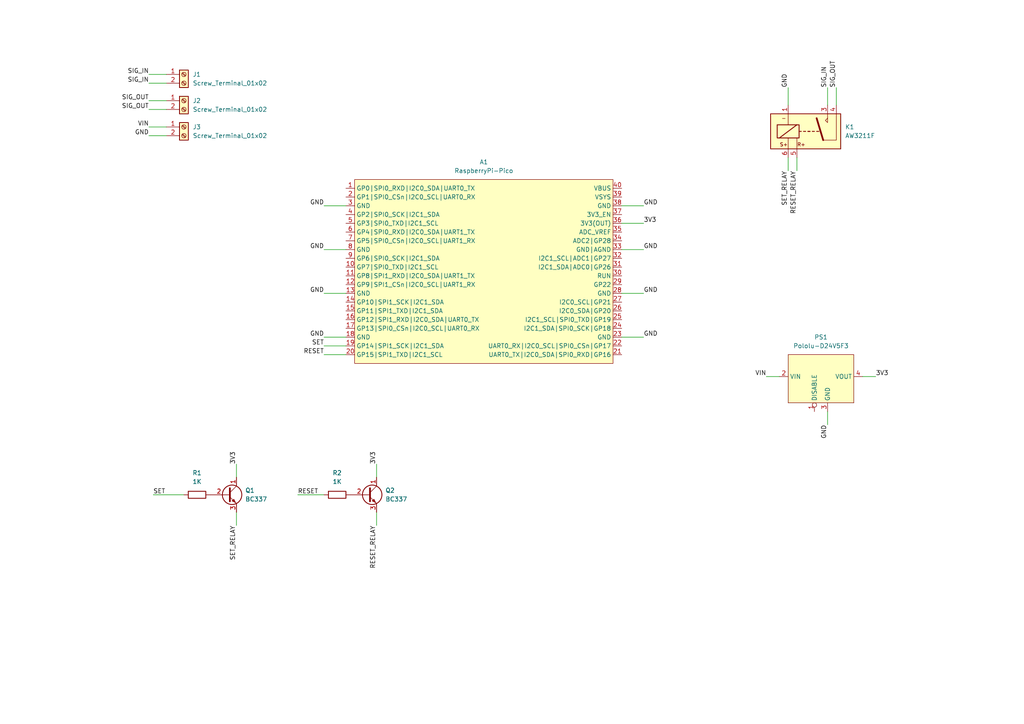
<source format=kicad_sch>
(kicad_sch (version 20230121) (generator eeschema)
  (paper "A4")
  (lib_symbols
    (symbol "Connector:Screw_Terminal_01x02" (pin_names (offset 1.016) hide)
      (property "Reference" "J" (at 0 2.54 0))
      (property "Value" "Screw_Terminal_01x02" (at 0 -5.08 0))
      (symbol "Screw_Terminal_01x02_1_1"
        (rectangle (start -1.27 1.27) (end 1.27 -3.81) (stroke (width 0.254)) (fill (type background)))
        (circle (center 0 -2.54) (radius 0.635) (stroke (width 0.1524)))
        (polyline (pts (xy -0.5334 -2.2098) (xy 0.3302 -3.048)) (stroke (width 0.1524)))
        (polyline (pts (xy -0.5334 0.3302) (xy 0.3302 -0.508)) (stroke (width 0.1524)))
        (polyline (pts (xy -0.3556 -2.032) (xy 0.508 -2.8702)) (stroke (width 0.1524)))
        (polyline (pts (xy -0.3556 0.508) (xy 0.508 -0.3302)) (stroke (width 0.1524)))
        (circle (center 0 0) (radius 0.635) (stroke (width 0.1524)))
        (pin passive line (at -5.08 0 0) (length 3.81) (name "Pin_1") (number "1"))
        (pin passive line (at -5.08 -2.54 0) (length 3.81) (name "Pin_2") (number "2"))
      )
    )
    (symbol "Device:R" (pin_numbers hide) (pin_names (offset 0))
      (property "Reference" "R" (at 2.032 0 90))
      (property "Value" "R" (at 0 0 90))
      (symbol "R_0_1"
        (rectangle (start -1.016 -2.54) (end 1.016 2.54) (stroke (width 0.254)))
      )
      (symbol "R_1_1"
        (pin passive line (at 0 3.81 270) (length 1.27) (name "~") (number "1"))
        (pin passive line (at 0 -3.81 90) (length 1.27) (name "~") (number "2"))
      )
    )
    (symbol "Transistor_BJT:BC337" (pin_names (offset 0) hide)
      (property "Reference" "Q" (at 5.08 1.905 0))
      (property "Value" "BC337" (at 5.08 0 0))
      (symbol "BC337_0_1"
        (polyline (pts (xy 0 0) (xy 0.635 0)))
        (polyline (pts (xy 0.635 0.635) (xy 2.54 2.54)))
        (polyline (pts (xy 0.635 -0.635) (xy 2.54 -2.54) (xy 2.54 -2.54)))
        (polyline (pts (xy 0.635 1.905) (xy 0.635 -1.905) (xy 0.635 -1.905)) (stroke (width 0.508)))
        (polyline (pts (xy 1.27 -1.778) (xy 1.778 -1.27) (xy 2.286 -2.286) (xy 1.27 -1.778) (xy 1.27 -1.778)) (fill (type outline)))
        (circle (center 1.27 0) (radius 2.8194) (stroke (width 0.254)))
      )
      (symbol "BC337_1_1"
        (pin passive line (at 2.54 5.08 270) (length 2.54) (name "C") (number "1"))
        (pin input line (at -5.08 0 0) (length 5.08) (name "B") (number "2"))
        (pin passive line (at 2.54 -5.08 90) (length 2.54) (name "E") (number "3"))
      )
    )
    (symbol "twyleg-board-connectors:RaspberryPi-Pico"
      (property "Reference" "A" (at 0 5.08 0))
      (property "Value" "RaspberryPi-Pico" (at 0 2.54 0))
      (symbol "RaspberryPi-Pico_1_1"
        (rectangle (start -36.83 0) (end 38.1 -53.34) (fill (type background)))
        (pin bidirectional line (at -39.37 -2.54 0) (length 2.54) (name "GP0|SPI0_RXD|I2C0_SDA|UART0_TX") (number "1"))
        (pin bidirectional line (at -39.37 -25.4 0) (length 2.54) (name "GP7|SPI0_TXD|I2C1_SCL") (number "10"))
        (pin bidirectional line (at -39.37 -27.94 0) (length 2.54) (name "GP8|SPI1_RXD|I2C0_SDA|UART1_TX") (number "11"))
        (pin bidirectional line (at -39.37 -30.48 0) (length 2.54) (name "GP9|SPI1_CSn|I2C0_SCL|UART1_RX") (number "12"))
        (pin power_in line (at -39.37 -33.02 0) (length 2.54) (name "GND") (number "13"))
        (pin bidirectional line (at -39.37 -35.56 0) (length 2.54) (name "GP10|SPI1_SCK|I2C1_SDA") (number "14"))
        (pin bidirectional line (at -39.37 -38.1 0) (length 2.54) (name "GP11|SPI1_TXD|I2C1_SDA") (number "15"))
        (pin bidirectional line (at -39.37 -40.64 0) (length 2.54) (name "GP12|SPI1_RXD|I2C0_SDA|UART0_TX") (number "16"))
        (pin bidirectional line (at -39.37 -43.18 0) (length 2.54) (name "GP13|SPI0_CSn|I2C0_SCL|UART0_RX") (number "17"))
        (pin power_in line (at -39.37 -45.72 0) (length 2.54) (name "GND") (number "18"))
        (pin bidirectional line (at -39.37 -48.26 0) (length 2.54) (name "GP14|SPI1_SCK|I2C1_SDA") (number "19"))
        (pin bidirectional line (at -39.37 -5.08 0) (length 2.54) (name "GP1|SPI0_CSn|I2C0_SCL|UART0_RX") (number "2"))
        (pin bidirectional line (at -39.37 -50.8 0) (length 2.54) (name "GP15|SPI1_TXD|I2C1_SCL") (number "20"))
        (pin bidirectional line (at 40.64 -50.8 180) (length 2.54) (name "UART0_TX|I2C0_SDA|SPI0_RXD|GP16") (number "21"))
        (pin bidirectional line (at 40.64 -48.26 180) (length 2.54) (name "UART0_RX|I2C0_SCL|SPI0_CSn|GP17") (number "22"))
        (pin power_in line (at 40.64 -45.72 180) (length 2.54) (name "GND") (number "23"))
        (pin bidirectional line (at 40.64 -43.18 180) (length 2.54) (name "I2C1_SDA|SPI0_SCK|GP18") (number "24"))
        (pin bidirectional line (at 40.64 -40.64 180) (length 2.54) (name "I2C1_SCL|SPI0_TXD|GP19") (number "25"))
        (pin bidirectional line (at 40.64 -38.1 180) (length 2.54) (name "I2C0_SDA|GP20") (number "26"))
        (pin bidirectional line (at 40.64 -35.56 180) (length 2.54) (name "I2C0_SCL|GP21") (number "27"))
        (pin power_in line (at 40.64 -33.02 180) (length 2.54) (name "GND") (number "28"))
        (pin bidirectional line (at 40.64 -30.48 180) (length 2.54) (name "GP22") (number "29"))
        (pin power_in line (at -39.37 -7.62 0) (length 2.54) (name "GND") (number "3"))
        (pin input line (at 40.64 -27.94 180) (length 2.54) (name "RUN") (number "30"))
        (pin bidirectional line (at 40.64 -25.4 180) (length 2.54) (name "I2C1_SDA|ADC0|GP26") (number "31"))
        (pin bidirectional line (at 40.64 -22.86 180) (length 2.54) (name "I2C1_SCL|ADC1|GP27") (number "32"))
        (pin input line (at 40.64 -20.32 180) (length 2.54) (name "GND|AGND") (number "33"))
        (pin bidirectional line (at 40.64 -17.78 180) (length 2.54) (name "ADC2|GP28") (number "34"))
        (pin input line (at 40.64 -15.24 180) (length 2.54) (name "ADC_VREF") (number "35"))
        (pin power_out line (at 40.64 -12.7 180) (length 2.54) (name "3V3(OUT)") (number "36"))
        (pin input line (at 40.64 -10.16 180) (length 2.54) (name "3V3_EN") (number "37"))
        (pin power_in line (at 40.64 -7.62 180) (length 2.54) (name "GND") (number "38"))
        (pin power_in line (at 40.64 -5.08 180) (length 2.54) (name "VSYS") (number "39"))
        (pin bidirectional line (at -39.37 -10.16 0) (length 2.54) (name "GP2|SPI0_SCK|I2C1_SDA") (number "4"))
        (pin power_out line (at 40.64 -2.54 180) (length 2.54) (name "VBUS") (number "40"))
        (pin bidirectional line (at -39.37 -12.7 0) (length 2.54) (name "GP3|SPI0_TXD|I2C1_SCL") (number "5"))
        (pin bidirectional line (at -39.37 -15.24 0) (length 2.54) (name "GP4|SPI0_RXD|I2C0_SDA|UART1_TX") (number "6"))
        (pin bidirectional line (at -39.37 -17.78 0) (length 2.54) (name "GP5|SPI0_CSn|I2C0_SCL|UART1_RX") (number "7"))
        (pin power_in line (at -39.37 -20.32 0) (length 2.54) (name "GND") (number "8"))
        (pin bidirectional line (at -39.37 -22.86 0) (length 2.54) (name "GP6|SPI0_SCK|I2C1_SDA") (number "9"))
      )
    )
    (symbol "twyleg-misc:AW3211F"
      (property "Reference" "K" (at 11.43 3.81 0))
      (property "Value" "AW3211F" (at 15.24 1.27 0))
      (symbol "AW3211F_0_1"
        (polyline (pts (xy -2.54 -5.08) (xy -2.54 -1.905)))
      )
      (symbol "AW3211F_1_1"
        (rectangle (start -10.16 5.08) (end 10.16 -5.08) (stroke (width 0.254)) (fill (type background)))
        (rectangle (start -8.255 1.905) (end -1.905 -1.905) (stroke (width 0.254)))
        (polyline (pts (xy -7.62 -1.905) (xy -2.54 1.905)) (stroke (width 0.254)))
        (polyline (pts (xy -5.08 -5.08) (xy -5.08 -1.905)))
        (polyline (pts (xy -5.08 5.08) (xy -5.08 1.905)))
        (polyline (pts (xy -1.905 0) (xy -1.27 0)) (stroke (width 0.254)))
        (polyline (pts (xy -0.635 0) (xy 0 0)) (stroke (width 0.254)))
        (polyline (pts (xy 0.635 0) (xy 1.27 0)) (stroke (width 0.254)))
        (polyline (pts (xy 0.635 0) (xy 1.27 0)) (stroke (width 0.254)))
        (polyline (pts (xy 1.905 0) (xy 2.54 0)) (stroke (width 0.254)))
        (polyline (pts (xy 3.175 0) (xy 3.81 0)) (stroke (width 0.254)))
        (polyline (pts (xy 5.08 -2.54) (xy 3.175 3.81)) (stroke (width 0.508)))
        (polyline (pts (xy 6.35 3.81) (xy 6.35 5.08)))
        (polyline (pts (xy 5.08 -2.54) (xy 8.89 -2.54) (xy 8.89 5.08)))
        (polyline (pts (xy 6.35 3.81) (xy 6.35 2.54) (xy 5.715 3.175) (xy 6.35 3.81)))
        (text "-" (at -6.35 3.81 0) (effects (font (size 1.016 1.016))))
        (text "R+" (at -1.27 -3.81 0) (effects (font (size 1.016 1.016))))
        (text "S+" (at -6.35 -3.81 0) (effects (font (size 1.016 1.016))))
        (pin passive line (at -5.08 7.62 270) (length 2.54) (name "~") (number "1"))
        (pin passive line (at 6.35 7.62 270) (length 2.54) (name "~") (number "3"))
        (pin passive line (at 8.89 7.62 270) (length 2.54) (name "~") (number "4"))
        (pin passive line (at -2.54 -7.62 90) (length 2.54) (name "") (number "5"))
        (pin passive line (at -5.08 -7.62 90) (length 2.54) (name "~") (number "6"))
      )
    )
    (symbol "twyleg-voltage-regulators:Pololu-D24V5F3"
      (property "Reference" "PS" (at 0 -4.445 0))
      (property "Value" "Pololu-D24V5F3" (at 0 -1.27 0))
      (symbol "Pololu-D24V5F3_0_1"
        (rectangle (start -8.89 -6.35) (end 10.16 -20.32) (fill (type background)))
      )
      (symbol "Pololu-D24V5F3_1_1"
        (pin input inverted (at -1.27 -22.86 90) (length 2.54) (name "DISABLE") (number "1"))
        (pin power_in line (at -11.43 -12.7 0) (length 2.54) (name "VIN") (number "2"))
        (pin power_in line (at 2.54 -22.86 90) (length 2.54) (name "GND") (number "3"))
        (pin power_out line (at 12.7 -12.7 180) (length 2.54) (name "VOUT") (number "4"))
      )
    )
  )
  (wire (pts (xy 180.34 59.69) (xy 186.69 59.69)))
  (wire (pts (xy 242.57 25.4) (xy 242.57 30.48)))
  (wire (pts (xy 43.18 31.75) (xy 48.26 31.75)))
  (wire (pts (xy 100.33 85.09) (xy 93.98 85.09)))
  (wire (pts (xy 109.22 148.59) (xy 109.22 152.4)))
  (wire (pts (xy 93.98 100.33) (xy 100.33 100.33)))
  (wire (pts (xy 100.33 72.39) (xy 93.98 72.39)))
  (wire (pts (xy 250.19 109.22) (xy 254 109.22)))
  (wire (pts (xy 68.58 134.62) (xy 68.58 138.43)))
  (wire (pts (xy 86.36 143.51) (xy 93.98 143.51)))
  (wire (pts (xy 100.33 97.79) (xy 93.98 97.79)))
  (wire (pts (xy 100.33 59.69) (xy 93.98 59.69)))
  (wire (pts (xy 231.14 45.72) (xy 231.14 49.53)))
  (wire (pts (xy 43.18 36.83) (xy 48.26 36.83)))
  (wire (pts (xy 180.34 85.09) (xy 186.69 85.09)))
  (wire (pts (xy 43.18 29.21) (xy 48.26 29.21)))
  (wire (pts (xy 43.18 39.37) (xy 48.26 39.37)))
  (wire (pts (xy 68.58 148.59) (xy 68.58 152.4)))
  (wire (pts (xy 228.6 25.4) (xy 228.6 30.48)))
  (wire (pts (xy 180.34 64.77) (xy 186.69 64.77)))
  (wire (pts (xy 222.25 109.22) (xy 226.06 109.22)))
  (wire (pts (xy 93.98 102.87) (xy 100.33 102.87)))
  (wire (pts (xy 240.03 119.38) (xy 240.03 123.19)))
  (wire (pts (xy 43.18 21.59) (xy 48.26 21.59)))
  (wire (pts (xy 240.03 25.4) (xy 240.03 30.48)))
  (wire (pts (xy 43.18 24.13) (xy 48.26 24.13)))
  (wire (pts (xy 44.45 143.51) (xy 53.34 143.51)))
  (wire (pts (xy 180.34 97.79) (xy 186.69 97.79)))
  (wire (pts (xy 180.34 72.39) (xy 186.69 72.39)))
  (wire (pts (xy 228.6 45.72) (xy 228.6 49.53)))
  (wire (pts (xy 109.22 134.62) (xy 109.22 138.43)))
  (label "GND" (at 228.6 25.4 90))
  (label "SET_RELAY" (at 228.6 49.53 270))
  (label "VIN" (at 43.18 36.83 180))
  (label "SIG_IN" (at 43.18 21.59 180))
  (label "GND" (at 186.69 72.39 0))
  (label "RESET_RELAY" (at 109.22 152.4 270))
  (label "SET" (at 93.98 100.33 180))
  (label "SIG_IN" (at 43.18 24.13 180))
  (label "SIG_OUT" (at 43.18 31.75 180))
  (label "SET_RELAY" (at 68.58 152.4 270))
  (label "3V3" (at 109.22 134.62 90))
  (label "GND" (at 240.03 123.19 270))
  (label "3V3" (at 186.69 64.77 0))
  (label "GND" (at 93.98 59.69 180))
  (label "GND" (at 186.69 97.79 0))
  (label "RESET" (at 93.98 102.87 180))
  (label "3V3" (at 68.58 134.62 90))
  (label "SET" (at 44.45 143.51 0))
  (label "VIN" (at 222.25 109.22 180))
  (label "GND" (at 93.98 72.39 180))
  (label "GND" (at 186.69 85.09 0))
  (label "SIG_OUT" (at 43.18 29.21 180))
  (label "SIG_IN" (at 240.03 25.4 90))
  (label "GND" (at 186.69 59.69 0))
  (label "GND" (at 93.98 85.09 180))
  (label "RESET" (at 86.36 143.51 0))
  (label "SIG_OUT" (at 242.57 25.4 90))
  (label "RESET_RELAY" (at 231.14 49.53 270))
  (label "GND" (at 43.18 39.37 180))
  (label "3V3" (at 254 109.22 0))
  (label "GND" (at 93.98 97.79 180))
  (symbol (lib_id "Connector:Screw_Terminal_01x02") (at 53.34 36.83 0) (unit 1)
    (property "Reference" "J3" (at 55.88 36.83 0) (effects (justify left)))
    (property "Value" "Screw_Terminal_01x02" (at 55.88 39.37 0) (effects (justify left)))
    (property "Footprint" "twyleg-connectors:TerminalBlock_MetzConnect_Type101_RT01602HBWC_1x02_P5.08mm_Horizontal" (effects hide))
  )
  (symbol (lib_id "Connector:Screw_Terminal_01x02") (at 53.34 21.59 0) (unit 1)
    (property "Reference" "J1" (at 55.88 21.59 0) (effects (justify left)))
    (property "Value" "Screw_Terminal_01x02" (at 55.88 24.13 0) (effects (justify left)))
    (property "Footprint" "twyleg-connectors:TerminalBlock_MetzConnect_Type101_RT01602HBWC_1x02_P5.08mm_Horizontal" (effects hide))
  )
  (symbol (lib_id "twyleg-misc:AW3211F") (at 233.68 38.1 0) (unit 1)
    (property "Reference" "K1" (at 245.11 36.83 0) (effects (justify left)))
    (property "Value" "AW3211F" (at 245.11 39.37 0) (effects (justify left)))
    (property "Footprint" "twyleg-misc:Relay_Panasonic_AW3211F_THT" (effects hide))
    (property "Datasheet" "https://www3.panasonic.biz/ac/e_download/control/relay/power/catalog/mech_eng_dk.pdf" (effects hide))
  )
  (symbol (lib_id "twyleg-board-connectors:RaspberryPi-Pico") (at 139.7 52.07 0) (unit 1)
    (property "Reference" "A1" (at 140.335 46.99 0))
    (property "Value" "RaspberryPi-Pico" (at 140.335 49.53 0))
    (property "Footprint" "twyleg-board-connectors:RaspberryPiPico-THT-Dev" (effects hide))
  )
  (symbol (lib_id "Device:R") (at 97.79 143.51 90) (unit 1)
    (property "Reference" "R2" (at 97.79 137.16 90))
    (property "Value" "1K" (at 97.79 139.7 90))
    (property "Footprint" "Resistor_THT:R_Axial_DIN0207_L6.3mm_D2.5mm_P2.54mm_Vertical" (effects hide))
  )
  (symbol (lib_id "Transistor_BJT:BC337") (at 106.68 143.51 0) (unit 1)
    (property "Reference" "Q2" (at 111.76 142.24 0) (effects (justify left)))
    (property "Value" "BC337" (at 111.76 144.78 0) (effects (justify left)))
    (property "Footprint" "Package_TO_SOT_THT:TO-92_Inline" (effects hide))
    (property "Datasheet" "https://diotec.com/tl_files/diotec/files/pdf/datasheets/bc337.pdf" (effects hide))
  )
  (symbol (lib_id "twyleg-voltage-regulators:Pololu-D24V5F3") (at 237.49 96.52 0) (unit 1)
    (property "Reference" "PS1" (at 238.125 97.79 0))
    (property "Value" "Pololu-D24V5F3" (at 238.125 100.33 0))
    (property "Footprint" "twyleg-voltage-regulators:Pololu-D24V5F3-Dev" (effects hide))
  )
  (symbol (lib_id "Connector:Screw_Terminal_01x02") (at 53.34 29.21 0) (unit 1)
    (property "Reference" "J2" (at 55.88 29.21 0) (effects (justify left)))
    (property "Value" "Screw_Terminal_01x02" (at 55.88 31.75 0) (effects (justify left)))
    (property "Footprint" "twyleg-connectors:TerminalBlock_MetzConnect_Type101_RT01602HBWC_1x02_P5.08mm_Horizontal" (effects hide))
  )
  (symbol (lib_id "Transistor_BJT:BC337") (at 66.04 143.51 0) (unit 1)
    (property "Reference" "Q1" (at 71.12 142.24 0) (effects (justify left)))
    (property "Value" "BC337" (at 71.12 144.78 0) (effects (justify left)))
    (property "Footprint" "Package_TO_SOT_THT:TO-92_Inline" (effects hide))
    (property "Datasheet" "https://diotec.com/tl_files/diotec/files/pdf/datasheets/bc337.pdf" (effects hide))
  )
  (symbol (lib_id "Device:R") (at 57.15 143.51 90) (unit 1)
    (property "Reference" "R1" (at 57.15 137.16 90))
    (property "Value" "1K" (at 57.15 139.7 90))
    (property "Footprint" "Resistor_THT:R_Axial_DIN0207_L6.3mm_D2.5mm_P2.54mm_Vertical" (effects hide))
  )
)
</source>
